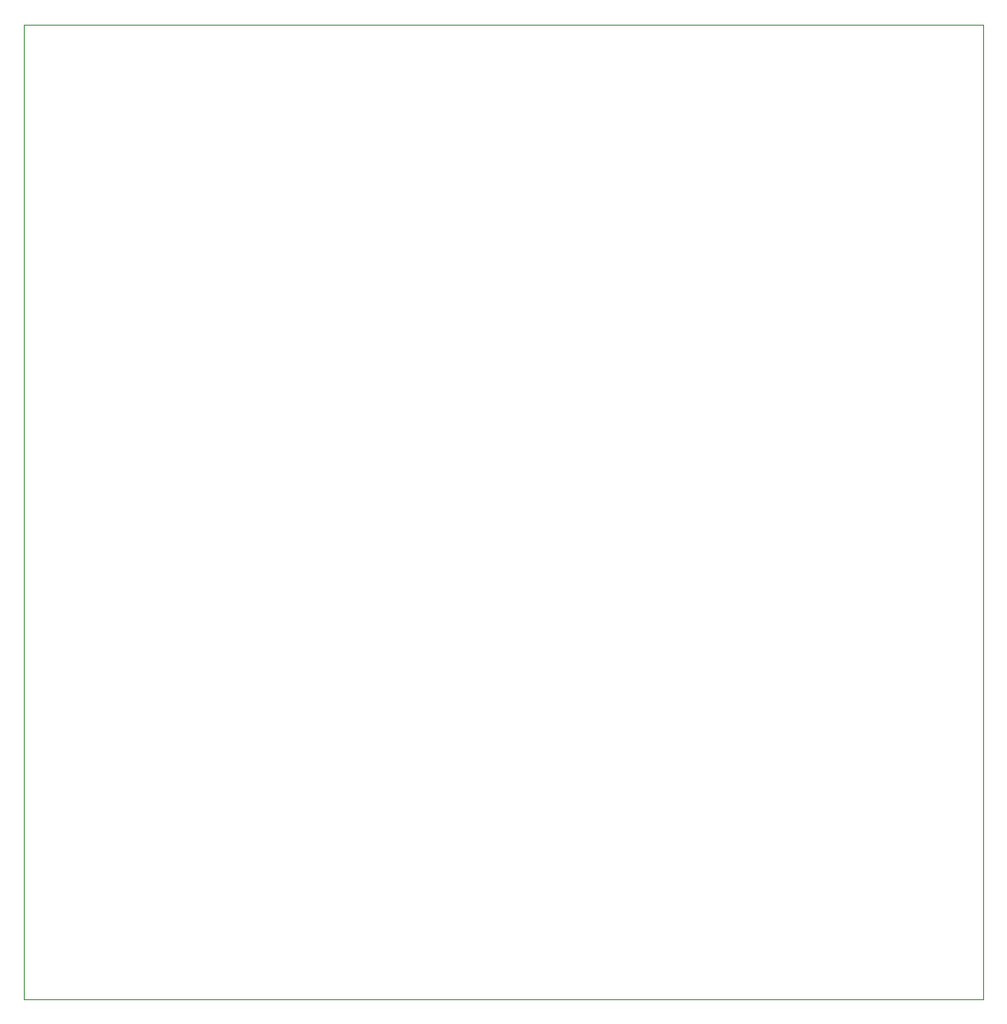
<source format=gm1>
G04 #@! TF.GenerationSoftware,KiCad,Pcbnew,9.0.2*
G04 #@! TF.CreationDate,2025-07-10T22:40:58-04:00*
G04 #@! TF.ProjectId,Temperature Sensor PCB,54656d70-6572-4617-9475-72652053656e,rev?*
G04 #@! TF.SameCoordinates,Original*
G04 #@! TF.FileFunction,Profile,NP*
%FSLAX46Y46*%
G04 Gerber Fmt 4.6, Leading zero omitted, Abs format (unit mm)*
G04 Created by KiCad (PCBNEW 9.0.2) date 2025-07-10 22:40:58*
%MOMM*%
%LPD*%
G01*
G04 APERTURE LIST*
G04 #@! TA.AperFunction,Profile*
%ADD10C,0.050000*%
G04 #@! TD*
G04 APERTURE END LIST*
D10*
X34500000Y-67500000D02*
X126500000Y-67500000D01*
X126500000Y-161000000D01*
X34500000Y-161000000D01*
X34500000Y-67500000D01*
M02*

</source>
